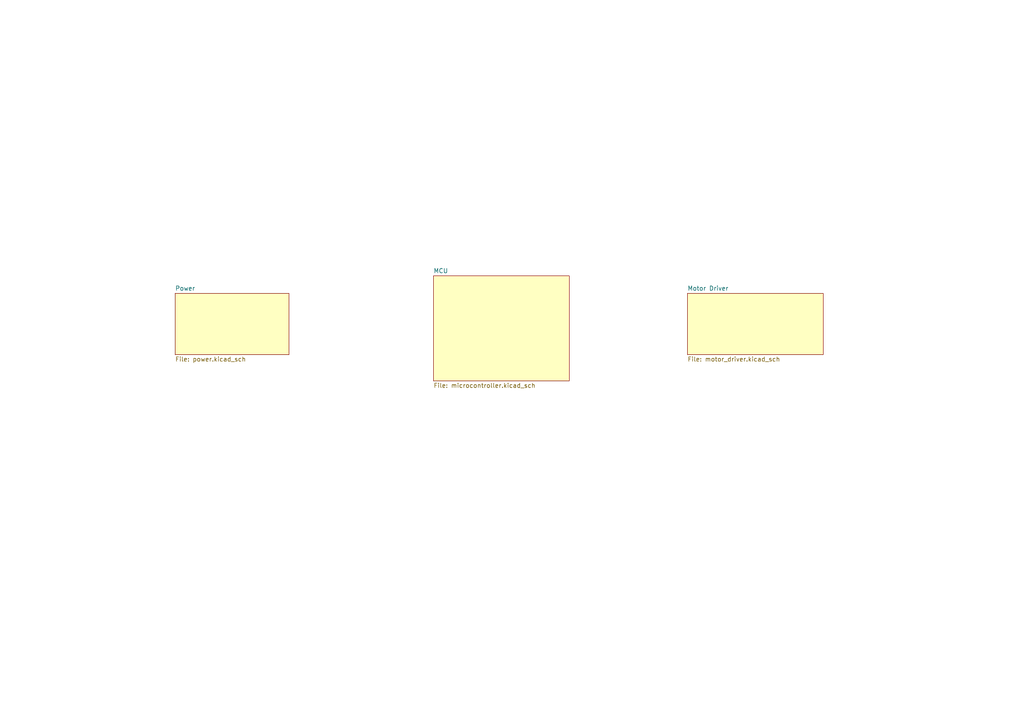
<source format=kicad_sch>
(kicad_sch (version 20230121) (generator eeschema)
  (paper "A4")
  (title_block (title "System diagram") (rev "v0.1") (company "Samio"))
  (lib_symbols)
  (sheet (at 125.73 80.01) (size 39.37 30.48) (stroke (width 0.1524)) (fill (color 255 255 194 1.0000))
    (property "Sheetname" "MCU" (at 125.73 79.2984 0) (effects (justify left bottom)))
    (property "Sheetfile" "microcontroller.kicad_sch" (at 125.73 111.0746 0) (effects (justify left top)))
  )
  (sheet (at 50.8 85.09) (size 33.02 17.78) (stroke (width 0.1524)) (fill (color 255 255 194 1.0000))
    (property "Sheetname" "Power" (at 50.8 84.3784 0) (effects (justify left bottom)))
    (property "Sheetfile" "power.kicad_sch" (at 50.8 103.4546 0) (effects (justify left top)))
  )
  (sheet (at 199.39 85.09) (size 39.37 17.78) (stroke (width 0.1524)) (fill (color 255 255 194 1.0000))
    (property "Sheetname" "Motor Driver" (at 199.39 84.3784 0) (effects (justify left bottom)))
    (property "Sheetfile" "motor_driver.kicad_sch" (at 199.39 103.4546 0) (effects (justify left top)))
  )
)
</source>
